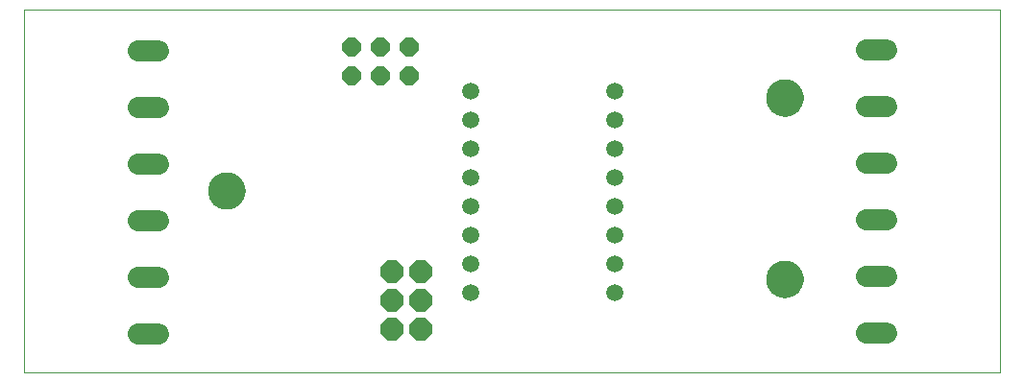
<source format=gbs>
G75*
G70*
%OFA0B0*%
%FSLAX24Y24*%
%IPPOS*%
%LPD*%
%AMOC8*
5,1,8,0,0,1.08239X$1,22.5*
%
%ADD10C,0.0000*%
%ADD11C,0.1300*%
%ADD12OC8,0.0640*%
%ADD13C,0.0594*%
%ADD14OC8,0.0780*%
%ADD15C,0.0745*%
D10*
X007188Y005731D02*
X007188Y018325D01*
X041042Y018325D01*
X041042Y005731D01*
X007188Y005731D01*
X013566Y012030D02*
X013568Y012080D01*
X013574Y012130D01*
X013584Y012179D01*
X013598Y012227D01*
X013615Y012274D01*
X013636Y012319D01*
X013661Y012363D01*
X013689Y012404D01*
X013721Y012443D01*
X013755Y012480D01*
X013792Y012514D01*
X013832Y012544D01*
X013874Y012571D01*
X013918Y012595D01*
X013964Y012616D01*
X014011Y012632D01*
X014059Y012645D01*
X014109Y012654D01*
X014158Y012659D01*
X014209Y012660D01*
X014259Y012657D01*
X014308Y012650D01*
X014357Y012639D01*
X014405Y012624D01*
X014451Y012606D01*
X014496Y012584D01*
X014539Y012558D01*
X014580Y012529D01*
X014619Y012497D01*
X014655Y012462D01*
X014687Y012424D01*
X014717Y012384D01*
X014744Y012341D01*
X014767Y012297D01*
X014786Y012251D01*
X014802Y012203D01*
X014814Y012154D01*
X014822Y012105D01*
X014826Y012055D01*
X014826Y012005D01*
X014822Y011955D01*
X014814Y011906D01*
X014802Y011857D01*
X014786Y011809D01*
X014767Y011763D01*
X014744Y011719D01*
X014717Y011676D01*
X014687Y011636D01*
X014655Y011598D01*
X014619Y011563D01*
X014580Y011531D01*
X014539Y011502D01*
X014496Y011476D01*
X014451Y011454D01*
X014405Y011436D01*
X014357Y011421D01*
X014308Y011410D01*
X014259Y011403D01*
X014209Y011400D01*
X014158Y011401D01*
X014109Y011406D01*
X014059Y011415D01*
X014011Y011428D01*
X013964Y011444D01*
X013918Y011465D01*
X013874Y011489D01*
X013832Y011516D01*
X013792Y011546D01*
X013755Y011580D01*
X013721Y011617D01*
X013689Y011656D01*
X013661Y011697D01*
X013636Y011741D01*
X013615Y011786D01*
X013598Y011833D01*
X013584Y011881D01*
X013574Y011930D01*
X013568Y011980D01*
X013566Y012030D01*
X032936Y008960D02*
X032938Y009010D01*
X032944Y009060D01*
X032954Y009109D01*
X032968Y009157D01*
X032985Y009204D01*
X033006Y009249D01*
X033031Y009293D01*
X033059Y009334D01*
X033091Y009373D01*
X033125Y009410D01*
X033162Y009444D01*
X033202Y009474D01*
X033244Y009501D01*
X033288Y009525D01*
X033334Y009546D01*
X033381Y009562D01*
X033429Y009575D01*
X033479Y009584D01*
X033528Y009589D01*
X033579Y009590D01*
X033629Y009587D01*
X033678Y009580D01*
X033727Y009569D01*
X033775Y009554D01*
X033821Y009536D01*
X033866Y009514D01*
X033909Y009488D01*
X033950Y009459D01*
X033989Y009427D01*
X034025Y009392D01*
X034057Y009354D01*
X034087Y009314D01*
X034114Y009271D01*
X034137Y009227D01*
X034156Y009181D01*
X034172Y009133D01*
X034184Y009084D01*
X034192Y009035D01*
X034196Y008985D01*
X034196Y008935D01*
X034192Y008885D01*
X034184Y008836D01*
X034172Y008787D01*
X034156Y008739D01*
X034137Y008693D01*
X034114Y008649D01*
X034087Y008606D01*
X034057Y008566D01*
X034025Y008528D01*
X033989Y008493D01*
X033950Y008461D01*
X033909Y008432D01*
X033866Y008406D01*
X033821Y008384D01*
X033775Y008366D01*
X033727Y008351D01*
X033678Y008340D01*
X033629Y008333D01*
X033579Y008330D01*
X033528Y008331D01*
X033479Y008336D01*
X033429Y008345D01*
X033381Y008358D01*
X033334Y008374D01*
X033288Y008395D01*
X033244Y008419D01*
X033202Y008446D01*
X033162Y008476D01*
X033125Y008510D01*
X033091Y008547D01*
X033059Y008586D01*
X033031Y008627D01*
X033006Y008671D01*
X032985Y008716D01*
X032968Y008763D01*
X032954Y008811D01*
X032944Y008860D01*
X032938Y008910D01*
X032936Y008960D01*
X032936Y015259D02*
X032938Y015309D01*
X032944Y015359D01*
X032954Y015408D01*
X032968Y015456D01*
X032985Y015503D01*
X033006Y015548D01*
X033031Y015592D01*
X033059Y015633D01*
X033091Y015672D01*
X033125Y015709D01*
X033162Y015743D01*
X033202Y015773D01*
X033244Y015800D01*
X033288Y015824D01*
X033334Y015845D01*
X033381Y015861D01*
X033429Y015874D01*
X033479Y015883D01*
X033528Y015888D01*
X033579Y015889D01*
X033629Y015886D01*
X033678Y015879D01*
X033727Y015868D01*
X033775Y015853D01*
X033821Y015835D01*
X033866Y015813D01*
X033909Y015787D01*
X033950Y015758D01*
X033989Y015726D01*
X034025Y015691D01*
X034057Y015653D01*
X034087Y015613D01*
X034114Y015570D01*
X034137Y015526D01*
X034156Y015480D01*
X034172Y015432D01*
X034184Y015383D01*
X034192Y015334D01*
X034196Y015284D01*
X034196Y015234D01*
X034192Y015184D01*
X034184Y015135D01*
X034172Y015086D01*
X034156Y015038D01*
X034137Y014992D01*
X034114Y014948D01*
X034087Y014905D01*
X034057Y014865D01*
X034025Y014827D01*
X033989Y014792D01*
X033950Y014760D01*
X033909Y014731D01*
X033866Y014705D01*
X033821Y014683D01*
X033775Y014665D01*
X033727Y014650D01*
X033678Y014639D01*
X033629Y014632D01*
X033579Y014629D01*
X033528Y014630D01*
X033479Y014635D01*
X033429Y014644D01*
X033381Y014657D01*
X033334Y014673D01*
X033288Y014694D01*
X033244Y014718D01*
X033202Y014745D01*
X033162Y014775D01*
X033125Y014809D01*
X033091Y014846D01*
X033059Y014885D01*
X033031Y014926D01*
X033006Y014970D01*
X032985Y015015D01*
X032968Y015062D01*
X032954Y015110D01*
X032944Y015159D01*
X032938Y015209D01*
X032936Y015259D01*
D11*
X033566Y015259D03*
X033566Y008960D03*
X014196Y012030D03*
D12*
X018542Y016013D03*
X019542Y016013D03*
X020542Y016013D03*
X020542Y017013D03*
X019542Y017013D03*
X018542Y017013D03*
D13*
X022672Y015481D03*
X022672Y014481D03*
X022672Y013481D03*
X022672Y012481D03*
X022672Y011481D03*
X022672Y010481D03*
X022672Y009481D03*
X022672Y008481D03*
X027672Y008481D03*
X027672Y009481D03*
X027672Y010481D03*
X027672Y011481D03*
X027672Y012481D03*
X027672Y013481D03*
X027672Y014481D03*
X027672Y015481D03*
D14*
X020936Y009227D03*
X019936Y009227D03*
X019936Y008227D03*
X020936Y008227D03*
X020936Y007227D03*
X019936Y007227D03*
D15*
X011831Y007036D02*
X011126Y007036D01*
X011126Y009004D02*
X011831Y009004D01*
X011831Y010973D02*
X011126Y010973D01*
X011126Y012941D02*
X011831Y012941D01*
X011831Y014910D02*
X011126Y014910D01*
X011126Y016878D02*
X011831Y016878D01*
X036401Y016932D02*
X037106Y016932D01*
X037106Y014963D02*
X036401Y014963D01*
X036401Y012995D02*
X037106Y012995D01*
X037106Y011026D02*
X036401Y011026D01*
X036401Y009058D02*
X037106Y009058D01*
X037106Y007089D02*
X036401Y007089D01*
M02*

</source>
